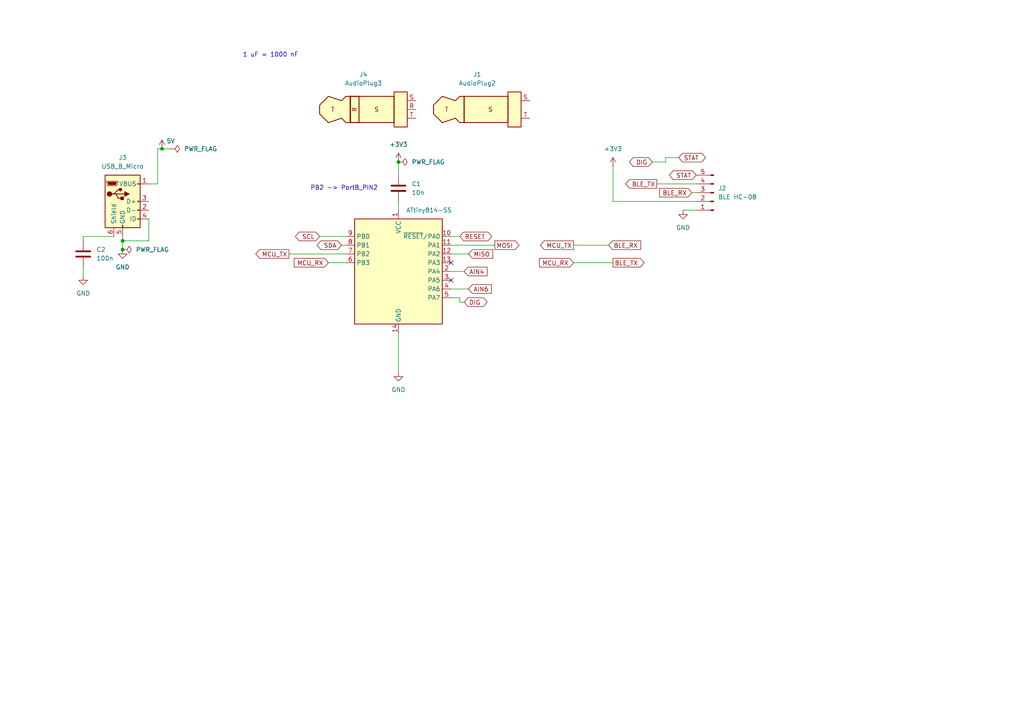
<source format=kicad_sch>
(kicad_sch (version 20231120) (generator "eeschema") (generator_version "8.0")
  (paper "A4")
  (lib_symbols
    (symbol "Connector:Conn_01x05_Pin" (pin_names (offset 1.016) hide)
      (property "Reference" "J" (at 0 7.62 0))
      (property "Value" "Conn_01x05_Pin" (at 0 -7.62 0))
      (symbol "Conn_01x05_Pin_1_1"
        (polyline (pts (xy 1.27 -5.08) (xy 0.8636 -5.08)) (stroke (width 0.1524)))
        (polyline (pts (xy 1.27 -2.54) (xy 0.8636 -2.54)) (stroke (width 0.1524)))
        (polyline (pts (xy 1.27 0) (xy 0.8636 0)) (stroke (width 0.1524)))
        (polyline (pts (xy 1.27 2.54) (xy 0.8636 2.54)) (stroke (width 0.1524)))
        (polyline (pts (xy 1.27 5.08) (xy 0.8636 5.08)) (stroke (width 0.1524)))
        (rectangle (start 0.8636 -4.953) (end 0 -5.207) (stroke (width 0.1524)) (fill (type outline)))
        (rectangle (start 0.8636 -2.413) (end 0 -2.667) (stroke (width 0.1524)) (fill (type outline)))
        (rectangle (start 0.8636 0.127) (end 0 -0.127) (stroke (width 0.1524)) (fill (type outline)))
        (rectangle (start 0.8636 2.667) (end 0 2.413) (stroke (width 0.1524)) (fill (type outline)))
        (rectangle (start 0.8636 5.207) (end 0 4.953) (stroke (width 0.1524)) (fill (type outline)))
        (pin passive line (at 5.08 5.08 180) (length 3.81) (name "Pin_1") (number "1"))
        (pin passive line (at 5.08 2.54 180) (length 3.81) (name "Pin_2") (number "2"))
        (pin passive line (at 5.08 0 180) (length 3.81) (name "Pin_3") (number "3"))
        (pin passive line (at 5.08 -2.54 180) (length 3.81) (name "Pin_4") (number "4"))
        (pin passive line (at 5.08 -5.08 180) (length 3.81) (name "Pin_5") (number "5"))
      )
    )
    (symbol "Connector:USB_B_Micro" (pin_names (offset 1.016))
      (property "Reference" "J" (at -5.08 11.43 0))
      (property "Value" "USB_B_Micro" (at -5.08 8.89 0))
      (symbol "USB_B_Micro_0_1"
        (rectangle (start -5.08 -7.62) (end 5.08 7.62) (stroke (width 0.254)) (fill (type background)))
        (circle (center -3.81 2.159) (radius 0.635) (stroke (width 0.254)) (fill (type outline)))
        (circle (center -0.635 3.429) (radius 0.381) (stroke (width 0.254)) (fill (type outline)))
        (rectangle (start -0.127 -7.62) (end 0.127 -6.858))
        (polyline (pts (xy -1.905 2.159) (xy 0.635 2.159)) (stroke (width 0.254)))
        (polyline (pts (xy -3.175 2.159) (xy -2.54 2.159) (xy -1.27 3.429) (xy -0.635 3.429)) (stroke (width 0.254)))
        (polyline (pts (xy -2.54 2.159) (xy -1.905 2.159) (xy -1.27 0.889) (xy 0 0.889)) (stroke (width 0.254)))
        (polyline (pts (xy 0.635 2.794) (xy 0.635 1.524) (xy 1.905 2.159) (xy 0.635 2.794)) (stroke (width 0.254)) (fill (type outline)))
        (polyline (pts (xy -4.318 5.588) (xy -1.778 5.588) (xy -2.032 4.826) (xy -4.064 4.826) (xy -4.318 5.588)) (fill (type outline)))
        (polyline (pts (xy -4.699 5.842) (xy -4.699 5.588) (xy -4.445 4.826) (xy -4.445 4.572) (xy -1.651 4.572) (xy -1.651 4.826) (xy -1.397 5.588) (xy -1.397 5.842) (xy -4.699 5.842)))
        (rectangle (start 0.254 1.27) (end -0.508 0.508) (stroke (width 0.254)) (fill (type outline)))
        (rectangle (start 5.08 -5.207) (end 4.318 -4.953))
        (rectangle (start 5.08 -2.667) (end 4.318 -2.413))
        (rectangle (start 5.08 -0.127) (end 4.318 0.127))
        (rectangle (start 5.08 4.953) (end 4.318 5.207))
      )
      (symbol "USB_B_Micro_1_1"
        (pin power_out line (at 7.62 5.08 180) (length 2.54) (name "VBUS") (number "1"))
        (pin bidirectional line (at 7.62 -2.54 180) (length 2.54) (name "D-") (number "2"))
        (pin bidirectional line (at 7.62 0 180) (length 2.54) (name "D+") (number "3"))
        (pin passive line (at 7.62 -5.08 180) (length 2.54) (name "ID") (number "4"))
        (pin power_out line (at 0 -10.16 90) (length 2.54) (name "GND") (number "5"))
        (pin passive line (at -2.54 -10.16 90) (length 2.54) (name "Shield") (number "6"))
      )
    )
    (symbol "Connector_Audio:AudioPlug2"
      (property "Reference" "J" (at 10.16 6.35 0))
      (property "Value" "AudioPlug2" (at 10.16 -6.35 0))
      (symbol "AudioPlug2_0_0"
        (text "S" (at 3.81 0 0) (effects (font (size 1.27 1.27))))
        (text "T" (at -8.89 0 0) (effects (font (size 1.27 1.27))))
      )
      (symbol "AudioPlug2_0_1"
        (rectangle (start -3.81 3.81) (end 8.89 -3.81) (stroke (width 0.254)) (fill (type background)))
        (polyline (pts (xy -3.81 3.81) (xy -5.08 3.81) (xy -6.35 2.54) (xy -10.16 3.81) (xy -12.7 1.27) (xy -12.7 -1.27) (xy -10.16 -3.81) (xy -6.35 -2.54) (xy -5.08 -3.81) (xy -3.81 -3.81) (xy -3.81 3.81)) (stroke (width 0.254)) (fill (type background)))
        (rectangle (start 12.7 5.08) (end 8.89 -5.08) (stroke (width 0.254)) (fill (type background)))
      )
      (symbol "AudioPlug2_1_1"
        (pin passive line (at 15.24 2.54 180) (length 2.54) (name "~") (number "S"))
        (pin passive line (at 15.24 -2.54 180) (length 2.54) (name "~") (number "T"))
      )
    )
    (symbol "Connector_Audio:AudioPlug3"
      (property "Reference" "J" (at 1.27 6.35 0))
      (property "Value" "AudioPlug3" (at 1.27 -6.35 0))
      (symbol "AudioPlug3_0_0"
        (text "R" (at -2.54 0 900) (effects (font (size 1.27 1.27))))
      )
      (symbol "AudioPlug3_0_1"
        (rectangle (start -3.81 3.81) (end -1.27 -3.81) (stroke (width 0.254)))
        (rectangle (start -1.27 -1.27) (end -1.27 -1.27))
      )
      (symbol "AudioPlug3_1_0"
        (text "S" (at 3.81 0 0) (effects (font (size 1.27 1.27))))
        (text "T" (at -8.89 0 0) (effects (font (size 1.27 1.27))))
      )
      (symbol "AudioPlug3_1_1"
        (rectangle (start -3.81 3.81) (end 8.89 -3.81) (stroke (width 0.254)) (fill (type background)))
        (polyline (pts (xy -3.81 3.81) (xy -5.08 3.81) (xy -6.35 2.54) (xy -10.16 3.81) (xy -12.7 1.27) (xy -12.7 -1.27) (xy -10.16 -3.81) (xy -6.35 -2.54) (xy -5.08 -3.81) (xy -3.81 -3.81) (xy -3.81 3.81)) (stroke (width 0.254)) (fill (type background)))
        (rectangle (start 12.7 5.08) (end 8.89 -5.08) (stroke (width 0.254)) (fill (type background)))
        (pin passive line (at 15.24 0 180) (length 2.54) (name "~") (number "R"))
        (pin passive line (at 15.24 2.54 180) (length 2.54) (name "~") (number "S"))
        (pin passive line (at 15.24 -2.54 180) (length 2.54) (name "~") (number "T"))
      )
    )
    (symbol "Device:C" (pin_numbers hide) (pin_names (offset 0.254))
      (property "Reference" "C" (at 0.635 2.54 0))
      (property "Value" "C" (at 0.635 -2.54 0))
      (symbol "C_0_1"
        (polyline (pts (xy -2.032 -0.762) (xy 2.032 -0.762)) (stroke (width 0.508)))
        (polyline (pts (xy -2.032 0.762) (xy 2.032 0.762)) (stroke (width 0.508)))
      )
      (symbol "C_1_1"
        (pin passive line (at 0 3.81 270) (length 2.794) (name "~") (number "1"))
        (pin passive line (at 0 -3.81 90) (length 2.794) (name "~") (number "2"))
      )
    )
    (symbol "MCU_Microchip_ATtiny:ATtiny814-SS"
      (property "Reference" "U" (at -12.7 16.51 0))
      (property "Value" "ATtiny814-SS" (at 2.54 -16.51 0))
      (symbol "ATtiny814-SS_0_1"
        (rectangle (start -12.7 -15.24) (end 12.7 15.24) (stroke (width 0.254)) (fill (type background)))
      )
      (symbol "ATtiny814-SS_1_1"
        (pin power_in line (at 0 17.78 270) (length 2.54) (name "VCC") (number "1"))
        (pin bidirectional line (at 15.24 10.16 180) (length 2.54) (name "~{RESET}/PA0") (number "10"))
        (pin bidirectional line (at 15.24 7.62 180) (length 2.54) (name "PA1") (number "11"))
        (pin bidirectional line (at 15.24 5.08 180) (length 2.54) (name "PA2") (number "12"))
        (pin bidirectional line (at 15.24 2.54 180) (length 2.54) (name "PA3") (number "13"))
        (pin power_in line (at 0 -17.78 90) (length 2.54) (name "GND") (number "14"))
        (pin bidirectional line (at 15.24 0 180) (length 2.54) (name "PA4") (number "2"))
        (pin bidirectional line (at 15.24 -2.54 180) (length 2.54) (name "PA5") (number "3"))
        (pin bidirectional line (at 15.24 -5.08 180) (length 2.54) (name "PA6") (number "4"))
        (pin bidirectional line (at 15.24 -7.62 180) (length 2.54) (name "PA7") (number "5"))
        (pin bidirectional line (at -15.24 2.54 0) (length 2.54) (name "PB3") (number "6"))
        (pin bidirectional line (at -15.24 5.08 0) (length 2.54) (name "PB2") (number "7"))
        (pin bidirectional line (at -15.24 7.62 0) (length 2.54) (name "PB1") (number "8"))
        (pin bidirectional line (at -15.24 10.16 0) (length 2.54) (name "PB0") (number "9"))
      )
    )
    (symbol "power:+3V3" (power) (pin_numbers hide) (pin_names (offset 0) hide)
      (property "Value" "+3V3" (at 0 3.556 0))
      (symbol "+3V3_0_1"
        (polyline (pts (xy -0.762 1.27) (xy 0 2.54)))
        (polyline (pts (xy 0 0) (xy 0 2.54)))
        (polyline (pts (xy 0 2.54) (xy 0.762 1.27)))
      )
      (symbol "+3V3_1_1"
        (pin power_in line (at 0 0 90) (length 0) (name "~") (number "1"))
      )
    )
    (symbol "power:GND" (power) (pin_numbers hide) (pin_names (offset 0) hide)
      (property "Value" "GND" (at 0 -3.81 0))
      (symbol "GND_0_1"
        (polyline (pts (xy 0 0) (xy 0 -1.27) (xy 1.27 -1.27) (xy 0 -2.54) (xy -1.27 -1.27) (xy 0 -1.27)))
      )
      (symbol "GND_1_1"
        (pin power_in line (at 0 0 270) (length 0) (name "~") (number "1"))
      )
    )
    (symbol "power:PWR_FLAG" (power) (pin_numbers hide) (pin_names (offset 0) hide)
      (property "Value" "PWR_FLAG" (at 0 3.81 0))
      (symbol "PWR_FLAG_0_0"
        (pin power_out line (at 0 0 90) (length 0) (name "~") (number "1"))
      )
      (symbol "PWR_FLAG_0_1"
        (polyline (pts (xy 0 0) (xy 0 1.27) (xy -1.016 1.905) (xy 0 2.54) (xy 1.016 1.905) (xy 0 1.27)))
      )
    )
  )
  (junction (at 35.56 72.39))
  (junction (at 35.56 69.85))
  (junction (at 115.57 46.99))
  (junction (at 46.99 43.18))
  (no_connect (at 130.81 76.2))
  (no_connect (at 130.81 81.28))
  (wire (pts (xy 166.37 71.12) (xy 176.53 71.12)))
  (wire (pts (xy 166.37 76.2) (xy 177.8 76.2)))
  (wire (pts (xy 193.04 46.99) (xy 189.23 46.99)))
  (wire (pts (xy 130.81 71.12) (xy 143.51 71.12)))
  (wire (pts (xy 43.18 69.85) (xy 35.56 69.85)))
  (wire (pts (xy 177.8 48.26) (xy 177.8 58.42)))
  (wire (pts (xy 130.81 78.74) (xy 134.62 78.74)))
  (wire (pts (xy 99.06 71.12) (xy 100.33 71.12)))
  (wire (pts (xy 83.82 73.66) (xy 100.33 73.66)))
  (wire (pts (xy 133.35 87.63) (xy 134.62 87.63)))
  (wire (pts (xy 24.13 68.58) (xy 24.13 69.85)))
  (wire (pts (xy 130.81 86.36) (xy 133.35 86.36)))
  (wire (pts (xy 130.81 73.66) (xy 135.89 73.66)))
  (wire (pts (xy 95.25 76.2) (xy 100.33 76.2)))
  (wire (pts (xy 92.71 68.58) (xy 100.33 68.58)))
  (wire (pts (xy 130.81 68.58) (xy 133.35 68.58)))
  (wire (pts (xy 43.18 63.5) (xy 43.18 69.85)))
  (wire (pts (xy 196.85 45.72) (xy 193.04 45.72)))
  (wire (pts (xy 130.81 83.82) (xy 135.89 83.82)))
  (wire (pts (xy 193.04 45.72) (xy 193.04 46.99)))
  (wire (pts (xy 43.18 53.34) (xy 45.72 53.34)))
  (wire (pts (xy 115.57 58.42) (xy 115.57 60.96)))
  (wire (pts (xy 33.02 68.58) (xy 24.13 68.58)))
  (wire (pts (xy 46.99 43.18) (xy 45.72 43.18)))
  (wire (pts (xy 49.53 43.18) (xy 46.99 43.18)))
  (wire (pts (xy 45.72 43.18) (xy 45.72 53.34)))
  (wire (pts (xy 133.35 86.36) (xy 133.35 87.63)))
  (wire (pts (xy 198.12 60.96) (xy 201.93 60.96)))
  (wire (pts (xy 177.8 58.42) (xy 201.93 58.42)))
  (wire (pts (xy 35.56 72.39) (xy 35.56 69.85)))
  (wire (pts (xy 115.57 96.52) (xy 115.57 107.95)))
  (wire (pts (xy 115.57 46.99) (xy 115.57 50.8)))
  (wire (pts (xy 35.56 69.85) (xy 35.56 68.58)))
  (wire (pts (xy 190.5 53.34) (xy 201.93 53.34)))
  (wire (pts (xy 200.66 55.88) (xy 201.93 55.88)))
  (wire (pts (xy 24.13 80.01) (xy 24.13 77.47)))
  (text "PB2 -> PortB_PIN2" (at 99.822 54.61 0) (effects (font (size 1.27 1.27))))
  (text "1 uF = 1000 nF" (at 78.486 16.002 0) (effects (font (size 1.27 1.27))))
  (global_label "STAT" (shape bidirectional) (at 201.93 50.8 180) (property "Intersheetrefs" "${INTERSHEET_REFS}" (effects (hide yes))))
  (global_label "STAT" (shape bidirectional) (at 196.85 45.72 0) (property "Intersheetrefs" "${INTERSHEET_REFS}" (effects (hide yes))))
  (global_label "MCU_RX" (shape input) (at 166.37 76.2 180) (property "Intersheetrefs" "${INTERSHEET_REFS}" (effects (hide yes))))
  (global_label "MCU_TX" (shape output) (at 83.82 73.66 180) (property "Intersheetrefs" "${INTERSHEET_REFS}" (effects (hide yes))))
  (global_label "AIN6" (shape input) (at 135.89 83.82 0) (property "Intersheetrefs" "${INTERSHEET_REFS}" (effects (hide yes))))
  (global_label "AIN4" (shape input) (at 134.62 78.74 0) (property "Intersheetrefs" "${INTERSHEET_REFS}" (effects (hide yes))))
  (global_label "MOSI" (shape output) (at 143.51 71.12 0) (property "Intersheetrefs" "${INTERSHEET_REFS}" (effects (hide yes))))
  (global_label "BLE_RX" (shape input) (at 176.53 71.12 0) (property "Intersheetrefs" "${INTERSHEET_REFS}" (effects (hide yes))))
  (global_label "MISO" (shape input) (at 135.89 73.66 0) (property "Intersheetrefs" "${INTERSHEET_REFS}" (effects (hide yes))))
  (global_label "DIG" (shape bidirectional) (at 189.23 46.99 180) (property "Intersheetrefs" "${INTERSHEET_REFS}" (effects (hide yes))))
  (global_label "SCL" (shape bidirectional) (at 92.71 68.58 180) (property "Intersheetrefs" "${INTERSHEET_REFS}" (effects (hide yes))))
  (global_label "SDA" (shape bidirectional) (at 99.06 71.12 180) (property "Intersheetrefs" "${INTERSHEET_REFS}" (effects (hide yes))))
  (global_label "MCU_TX" (shape output) (at 166.37 71.12 180) (property "Intersheetrefs" "${INTERSHEET_REFS}" (effects (hide yes))))
  (global_label "RESET" (shape bidirectional) (at 133.35 68.58 0) (property "Intersheetrefs" "${INTERSHEET_REFS}" (effects (hide yes))))
  (global_label "BLE_RX" (shape input) (at 200.66 55.88 180) (property "Intersheetrefs" "${INTERSHEET_REFS}" (effects (hide yes))))
  (global_label "BLE_TX" (shape output) (at 177.8 76.2 0) (property "Intersheetrefs" "${INTERSHEET_REFS}" (effects (hide yes))))
  (global_label "DIG" (shape bidirectional) (at 134.62 87.63 0) (property "Intersheetrefs" "${INTERSHEET_REFS}" (effects (hide yes))))
  (global_label "MCU_RX" (shape input) (at 95.25 76.2 180) (property "Intersheetrefs" "${INTERSHEET_REFS}" (effects (hide yes))))
  (global_label "BLE_TX" (shape output) (at 190.5 53.34 180) (property "Intersheetrefs" "${INTERSHEET_REFS}" (effects (hide yes))))
  (symbol (lib_id "power:PWR_FLAG") (at 115.57 46.99 270) (unit 1)
    (property "Reference" "#FLG03" (effects (hide yes)))
    (property "Value" "PWR_FLAG" (at 119.38 46.9899 90) (effects (justify left)))
    (property "Description" "Special symbol for telling ERC where power comes from" (effects (hide yes)))
  )
  (symbol (lib_id "Device:C") (at 115.57 54.61 180) (unit 1)
    (property "Reference" "C1" (at 119.38 53.3399 0) (effects (justify right)))
    (property "Value" "10n" (at 119.38 55.8799 0) (effects (justify right)))
    (property "Footprint" "Capacitor_SMD:C_0402_1005Metric_Pad0.74x0.62mm_HandSolder" (effects (hide yes)))
    (property "Description" "Unpolarized capacitor" (effects (hide yes)))
  )
  (symbol (lib_id "Connector_Audio:AudioPlug3") (at 105.41 31.75 0) (unit 1)
    (property "Reference" "J4" (at 105.41 21.59 0))
    (property "Value" "AudioPlug3" (at 105.41 24.13 0))
    (property "Description" "Audio Jack, 3 Poles (Stereo / TRS)" (effects (hide yes)))
  )
  (symbol (lib_id "power:PWR_FLAG") (at 49.53 43.18 270) (unit 1)
    (property "Reference" "#FLG01" (effects (hide yes)))
    (property "Value" "PWR_FLAG" (at 53.34 43.1799 90) (effects (justify left)))
    (property "Description" "Special symbol for telling ERC where power comes from" (effects (hide yes)))
  )
  (symbol (lib_id "Connector_Audio:AudioPlug2") (at 138.43 31.75 0) (unit 1)
    (property "Reference" "J1" (at 138.43 21.59 0))
    (property "Value" "AudioPlug2" (at 138.43 24.13 0))
    (property "Footprint" "Connector_Audio:Plug_3.5mm_CUI_SP-3541" (effects (hide yes)))
    (property "Description" "Audio Jack, 2 Poles (Mono / TS)" (effects (hide yes)))
  )
  (symbol (lib_id "power:PWR_FLAG") (at 35.56 72.39 270) (unit 1)
    (property "Reference" "#FLG02" (effects (hide yes)))
    (property "Value" "PWR_FLAG" (at 39.37 72.3899 90) (effects (justify left)))
    (property "Description" "Special symbol for telling ERC where power comes from" (effects (hide yes)))
  )
  (symbol (lib_id "power:+3V3") (at 115.57 46.99 0) (unit 1)
    (property "Reference" "#PWR01" (effects (hide yes)))
    (property "Value" "+3V3" (at 115.57 41.91 0))
    (property "Description" "Power symbol creates a global label with name \"+3V3\"" (effects (hide yes)))
  )
  (symbol (lib_id "power:+3V3") (at 46.99 43.18 0) (unit 1)
    (property "Reference" "#PWR05" (effects (hide yes)))
    (property "Value" "5V" (at 48.26 40.894 0) (effects (justify left)))
    (property "Description" "Power symbol creates a global label with name \"+3V3\"" (effects (hide yes)))
  )
  (symbol (lib_id "power:GND") (at 35.56 72.39 0) (unit 1)
    (property "Reference" "#PWR06" (effects (hide yes)))
    (property "Value" "GND" (at 35.56 77.47 0))
    (property "Description" "Power symbol creates a global label with name \"GND\" , ground" (effects (hide yes)))
  )
  (symbol (lib_id "power:GND") (at 198.12 60.96 0) (unit 1)
    (property "Reference" "#PWR03" (effects (hide yes)))
    (property "Value" "GND" (at 198.12 66.04 0))
    (property "Description" "Power symbol creates a global label with name \"GND\" , ground" (effects (hide yes)))
  )
  (symbol (lib_id "power:+3V3") (at 177.8 48.26 0) (unit 1)
    (property "Reference" "#PWR04" (effects (hide yes)))
    (property "Value" "+3V3" (at 177.8 43.18 0))
    (property "Description" "Power symbol creates a global label with name \"+3V3\"" (effects (hide yes)))
  )
  (symbol (lib_id "MCU_Microchip_ATtiny:ATtiny814-SS") (at 115.57 78.74 0) (unit 1)
    (property "Reference" "U1" (effects (hide yes)))
    (property "Value" "ATtiny814-SS" (at 117.7641 60.96 0) (effects (justify left)))
    (property "Footprint" "Package_SO:SOIC-14_3.9x8.7mm_P1.27mm" (effects (hide yes)))
    (property "Datasheet" "http://ww1.microchip.com/downloads/en/DeviceDoc/40001912A.pdf" (effects (hide yes)))
    (property "Description" "20MHz, 8kB Flash, 512B SRAM, 128B EEPROM, SOIC-14" (effects (hide yes)))
  )
  (symbol (lib_id "power:GND") (at 24.13 80.01 0) (unit 1)
    (property "Reference" "#PWR07" (effects (hide yes)))
    (property "Value" "GND" (at 24.13 85.09 0))
    (property "Description" "Power symbol creates a global label with name \"GND\" , ground" (effects (hide yes)))
  )
  (symbol (lib_id "Device:C") (at 24.13 73.66 180) (unit 1)
    (property "Reference" "C2" (at 27.94 72.3899 0) (effects (justify right)))
    (property "Value" "100n" (at 27.94 74.9299 0) (effects (justify right)))
    (property "Footprint" "Capacitor_THT:C_Disc_D5.0mm_W2.5mm_P5.00mm" (effects (hide yes)))
    (property "Description" "Unpolarized capacitor" (effects (hide yes)))
  )
  (symbol (lib_id "Connector:Conn_01x05_Pin") (at 207.01 55.88 180) (unit 1)
    (property "Reference" "J2" (at 208.28 54.6099 0) (effects (justify right)))
    (property "Value" "BLE HC-08" (at 208.28 57.1499 0) (effects (justify right)))
    (property "Footprint" "Connector_PinHeader_2.54mm:PinHeader_1x05_P2.54mm_Vertical" (effects (hide yes)))
    (property "Description" "Generic connector, single row, 01x05, script generated" (effects (hide yes)))
  )
  (symbol (lib_id "power:GND") (at 115.57 107.95 0) (unit 1)
    (property "Reference" "#PWR02" (effects (hide yes)))
    (property "Value" "GND" (at 115.57 113.03 0))
    (property "Description" "Power symbol creates a global label with name \"GND\" , ground" (effects (hide yes)))
  )
  (symbol (lib_id "Connector:USB_B_Micro") (at 35.56 58.42 0) (unit 1)
    (property "Reference" "J3" (at 35.56 45.72 0))
    (property "Value" "USB_B_Micro" (at 35.56 48.26 0))
    (property "Footprint" "Connector_USB:USB_Micro-B_GCT_USB3076-30-A" (effects (hide yes)))
    (property "Description" "USB Micro Type B connector" (effects (hide yes)))
  )
)
</source>
